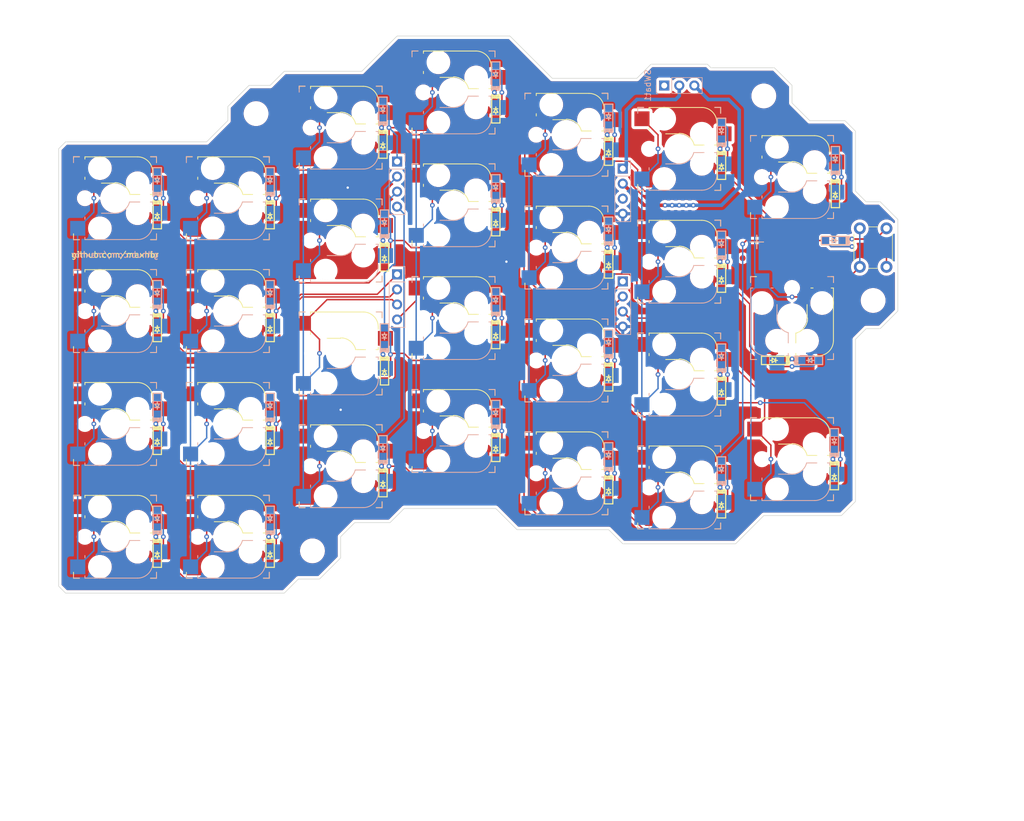
<source format=kicad_pcb>
(kicad_pcb (version 20211014) (generator pcbnew)
  (layers (0 "F.Cu" signal) (31 "B.Cu" signal) (34 "B.Paste" user) (35 "F.Paste" user) (36 "B.SilkS" user "B.Silkscreen") (37 "F.SilkS" user "F.Silkscreen") (38 "B.Mask" user) (39 "F.Mask" user) (44 "Edge.Cuts" user))
  (net 0 "")
  (net 2 "Net-(J2-Pad13)")
  (net 4 "Net-(J2-Pad14)")
  (net 5 "Net-(D0-Pad1)")
  (net 6 "Net-(D1-Pad1)")
  (net 7 "Net-(D2-Pad1)")
  (net 8 "Net-(D3-Pad1)")
  (net 9 "Net-(D4-Pad1)")
  (net 10 "Net-(D5-Pad1)")
  (net 11 "Net-(D6-Pad1)")
  (net 12 "Net-(D31-Pad1)")
  (net 13 "Net-(D10-Pad1)")
  (net 14 "Net-(D11-Pad1)")
  (net 15 "Net-(D12-Pad1)")
  (net 16 "Net-(D13-Pad1)")
  (net 17 "Net-(D14-Pad1)")
  (net 18 "Net-(D15-Pad1)")
  (net 19 "Net-(D16-Pad1)")
  (net 20 "Net-(D20-Pad1)")
  (net 21 "Net-(D21-Pad1)")
  (net 22 "Net-(D22-Pad1)")
  (net 23 "Net-(D23-Pad1)")
  (net 24 "Net-(D24-Pad1)")
  (net 25 "Net-(D25-Pad1)")
  (net 26 "Net-(D30-Pad1)")
  (net 27 "Net-(D32-Pad1)")
  (net 28 "Net-(D33-Pad1)")
  (net 29 "Net-(D34-Pad1)")
  (net 30 "Net-(D35-Pad1)")
  (net 31 "Net-(D26-Pad1)")
  (net 32 "Net-(D36-Pad1)")
  (net 33 "row0b")
  (net 34 "row1b")
  (net 35 "row2b")
  (net 36 "row3b")
  (net 37 "col6b")
  (net 38 "col5b")
  (net 39 "col4b")
  (net 40 "col3b")
  (net 41 "col0b")
  (net 42 "col2b")
  (net 43 "col1b")
  (net 44 "gndb")
  (footprint "mykeeb:Kailh_socket_MX_reversible_1u" (layer "F.Cu") (at 141.684375 91.678125)
    (fp_text reference "K26" hide)
    (fp_text value "KEYSW")
  )
  (footprint "mykeeb:my_dual_D_SOD123F_v2" (layer "F.Cu") (at 91.678125 86.915625 -90)
    (fp_text reference "D33" hide)
    (fp_text value "DIODE" hide)
  )
  (footprint "mykeeb:Kailh_socket_MX_reversible_1u" (layer "F.Cu") (at 103.584375 55.959375)
    (fp_text reference "K14" hide)
    (fp_text value "KEYSW")
  )
  (footprint "mykeeb:Kailh_socket_MX_reversible_1u" (layer "F.Cu") (at 65.484375 54.76875)
    (fp_text reference "K12" hide)
    (fp_text value "KEYSW")
  )
  (footprint "mykeeb:my_dual_D_SOD123F_v2" (layer "F.Cu") (at 72.628125 92.86875 -90)
    (fp_text reference "D32" hide)
    (fp_text value "DIODE" hide)
  )
  (footprint "mykeeb:Kailh_socket_MX_reversible_1u" (layer "F.Cu") (at 65.484375 73.81875)
    (fp_text reference "K22" hide)
    (fp_text value "KEYSW")
  )
  (footprint "Fiducial:Fiducial_1mm_Mask2mm" (layer "F.Cu") (at 133.350009 57.74532)
    (fp_text reference "FID2" hide)
    (fp_text value "Fiducial")
  )
  (footprint "mykeeb:my_dual_D_SOD123F_v2" (layer "F.Cu") (at 34.528125 66.675 -90)
    (fp_text reference "D10" hide)
    (fp_text value "DIODE" hide)
  )
  (footprint "mykeeb:my_dual_D_SOD123F_v2" (layer "F.Cu") (at 72.628125 35.71875 -90)
    (fp_text reference "D2" hide)
    (fp_text value "DIODE" hide)
  )
  (footprint "mykeeb:Kailh_socket_MX_reversible_1u" (layer "F.Cu") (at 27.384375 104.775)
    (fp_text reference "K30" hide)
    (fp_text value "KEYSW")
  )
  (footprint "mykeeb:my_dual_D_SOD123F_v2" (layer "F.Cu") (at 110.728125 55.959375 -90)
    (fp_text reference "D14" hide)
    (fp_text value "DIODE" hide)
  )
  (footprint "mykeeb:my_dual_D_SOD123F_v2" (layer "F.Cu") (at 129.778125 39.290625 -90)
    (fp_text reference "D5" hide)
    (fp_text value "DIODE" hide)
  )
  (footprint "mykeeb:my_dual_D_SOD123F_v2" (layer "F.Cu") (at 129.778125 58.340625 -90)
    (fp_text reference "D15" hide)
    (fp_text value "DIODE" hide)
  )
  (footprint "Fiducial:Fiducial_1mm_Mask2mm" (layer "F.Cu") (at 84.534375 39.290625)
    (fp_text reference "FID3" hide)
    (fp_text value "Fiducial")
  )
  (footprint "mykeeb:my_dual_D_SOD123F_v2b" (layer "F.Cu") (at 151.804712 54.768755 180)
    (fp_text reference "D36" hide)
    (fp_text value "DIODE" hide)
  )
  (footprint "mykeeb:my_dual_D_SOD123F_v2" (layer "F.Cu") (at 53.578125 66.675 -90)
    (fp_text reference "D11" hide)
    (fp_text value "DIODE" hide)
  )
  (footprint "mykeeb:Kailh_socket_MX_reversible_1u" (layer "F.Cu") (at 46.434375 104.775)
    (fp_text reference "K31" hide)
    (fp_text value "KEYSW")
  )
  (footprint "mykeeb:my_dual_D_SOD123F_v2" (layer "F.Cu") (at 141.684375 75.009375 180)
    (fp_text reference "D16" hide)
    (fp_text value "DIODE" hide)
  )
  (footprint "mykeeb:Kailh_socket_MX_reversible_1u" (layer "F.Cu") (at 27.384375 85.725)
    (fp_text reference "K20" hide)
    (fp_text value "KEYSW")
  )
  (footprint "mykeeb:my_dual_D_SOD123F_v2" (layer "F.Cu") (at 34.528125 104.775 -90)
    (fp_text reference "D30" hide)
    (fp_text value "DIODE" hide)
  )
  (footprint "mykeeb:my_dual_D_SOD123F_v2" (layer "F.Cu") (at 129.778125 77.390625 -90)
    (fp_text reference "D25" hide)
    (fp_text value "DIODE" hide)
  )
  (footprint "mykeeb:my_dual_D_SOD123F_v2" (layer "F.Cu") (at 34.528125 47.625 -90)
    (fp_text reference "D0" hide)
    (fp_text value "DIODE" hide)
  )
  (footprint "Button_Switch_THT:SW_PUSH_6mm_H7.3mm" (layer "F.Cu") (at 157.62659 52.709381 -90)
    (fp_text reference "SW36" hide)
    (fp_text value "SW_Push")
  )
  (footprint "mykeeb:my_dual_D_SOD123F_v2" (layer "F.Cu") (at 110.728125 36.909375 -90)
    (fp_text reference "D4" hide)
    (fp_text value "DIODE" hide)
  )
  (footprint "mykeeb:Kailh_socket_MX_reversible_1u" (layer "F.Cu") (at 46.434375 66.675)
    (fp_text reference "K11" hide)
    (fp_text value "KEYSW")
  )
  (footprint "mykeeb:Kailh_socket_MX_reversible_1u" (layer "F.Cu") (at 103.584375 36.909375)
    (fp_text reference "K4" hide)
    (fp_text value "KEYSW")
  )
  (footprint "mykeeb:my_dual_D_SOD123F_v2" (layer "F.Cu") (at 53.578125 104.775 -90)
    (fp_text reference "D31" hide)
    (fp_text value "DIODE" hide)
  )
  (footprint "mykeeb:Kailh_socket_MX_reversible_1u" (layer "F.Cu") (at 27.384375 66.675)
    (fp_text reference "K10" hide)
    (fp_text value "KEYSW")
  )
  (footprint "mykeeb:my_dual_D_SOD123F_v2" (layer "F.Cu") (at 91.678125 29.765625 -90)
    (fp_text reference "D3" hide)
    (fp_text value "DIODE" hide)
  )
  (footprint "mykeeb:my_dual_D_SOD123F_v2" (layer "F.Cu") (at 91.678125 48.815625 -90)
    (fp_text reference "D13" hide)
    (fp_text value "DIODE" hide)
  )
  (footprint "mykeeb:my_dual_D_SOD123F_v2" (layer "F.Cu") (at 34.528125 85.725 -90)
    (fp_text reference "D20" hide)
    (fp_text value "DIODE" hide)
  )
  (footprint "mykeeb:Kailh_socket_MX_reversible_1u" (layer "F.Cu") (at 84.534375 29.765625)
    (fp_text reference "K3" hide)
    (fp_text value "KEYSW")
  )
  (footprint "mykeeb:my_dual_D_SOD123F_v2" (layer "F.Cu") (at 91.678125 67.865625 -90)
    (fp_text reference "D23" hide)
    (fp_text value "DIODE" hide)
  )
  (footprint "mykeeb:Kailh_socket_MX_reversible_1.5u" (layer "F.Cu") (at 141.684375 67.865625 -90)
    (fp_text reference "K16" hide)
    (fp_text value "KEYSW")
  )
  (footprint "mykeeb:Kailh_socket_MX_reversible_1u" (layer "F.Cu") (at 122.634375 96.440625)
    (fp_text reference "K35" hide)
    (fp_text value "KEYSW")
  )
  (footprint "mykeeb:Kailh_socket_MX_reversible_1u" (layer "F.Cu") (at 65.484375 35.71875)
    (fp_text reference "K2" hide)
    (fp_text value "KEYSW")
  )
  (footprint "mykeeb:Kailh_socket_MX_reversible_1u" (layer "F.Cu") (at 65.484375 92.86875)
    (fp_text reference "K32" hide)
    (fp_text value "KEYSW")
  )
  (footprint "mykeeb:Kailh_socket_MX_reversible_1u" (layer "F.Cu") (at 122.634375 39.290625)
    (fp_text reference "K5" hide)
    (fp_text value "KEYSW")
  )
  (footprint "mykeeb:Kailh_socket_MX_reversible_1u" (layer "F.Cu") (at 141.684375 44.053125)
    (fp_text reference "K6" hide)
    (fp_text value "KEYSW")
  )
  (footprint "mykeeb:Kailh_socket_MX_reversible_1u" (layer "F.Cu") (at 84.534375 48.815625)
    (fp_text reference "K13" hide)
    (fp_text value "KEYSW")
  )
  (footprint "mykeeb:Kailh_socket_MX_reversible_1u" (layer "F.Cu") (at 46.434375 47.625)
    (fp_text reference "K1" hide)
    (fp_text value "KEYSW")
  )
  (footprint "mykeeb:my_dual_D_SOD123F_v2" (layer "F.Cu") (at 53.578125 85.725 -90)
    (fp_text reference "D21" hide)
    (fp_text value "DIODE" hide)
  )
  (footprint "mykeeb:Kailh_socket_MX_reversible_1u" (layer "F.Cu") (at 122.634375 77.390625)
    (fp_text reference "K25" hide)
    (fp_text value "KEYSW")
  )
  (footprint "Fiducial:Fiducial_1mm_Mask2mm" (layer "F.Cu") (at 46.434375 95.25)
    (fp_text reference "FID1" hide)
    (fp_text value "Fiducial")
  )
  (footprint "mykeeb:adapterBoard" (layer "F.Cu") (at 94.059454 58.340674)
    (fp_text reference "J2" hide)
    (fp_text value "Conn_01x16_Male")
  )
  (footprint "mykeeb:my_dual_D_SOD123F_v2" (layer "F.Cu") (at 53.578125 47.625 -90)
    (fp_text reference "D1" hide)
    (fp_text value "DIODE" hide)
  )
  (footprint "mykeeb:Kailh_socket_MX_reversible_1u" (layer "F.Cu") (at 84.534375 86.915625)
    (fp_text reference "K33" hide)
    (fp_text value "KEYSW")
  )
  (footprint "mykeeb:my_dual_D_SOD123F_v2" (layer "F.Cu") (at 110.728125 75.009375 -90)
    (fp_text reference "D24" hide)
    (fp_text value "DIODE" hide)
  )
  (footprint "mykeeb:my_dual_D_SOD123F_v2" (layer "F.Cu") (at 148.828125 91.678125 -90)
    (fp_text reference "D26" hide)
    (fp_text value "DIODE" hide)
  )
  (footprint "mykeeb:my_dual_D_SOD123F_v2" (layer "F.Cu") (at 129.778125 96.440625 -90)
    (fp_text reference "D35" hide)
    (fp_text value "DIODE" hide)
  )
  (footprint "mykeeb:Kailh_socket_MX_reversible_1u" (layer "F.Cu") (at 46.434375 85.725)
    (fp_text reference "K21" hide)
    (fp_text value "KEYSW")
  )
  (footprint "mykeeb:my_dual_D_SOD123F_v2" (layer "F.Cu") (at 72.882125 54.76875 -90)
    (fp_text reference "D12" hide)
    (fp_text value "DIODE" hide)
  )
  (footprint "MountingHole:MountingHole_3.2mm_M3" (layer "F.Cu") (at 51.196875 33.3375)
    (fp_text reference "H1" hide)
    (fp_text value "MountingHole")
  )
  (footprint "MountingHole:MountingHole_3.2mm_M3" (layer "F.Cu") (at 155.37659 64.889076)
    (fp_text reference "H4" hide)
    (fp_text value "MountingHole")
  )
  (footprint "mykeeb:Kailh_socket_MX_reversible_1u" (layer "F.Cu") (at 27.384375 47.625)
    (fp_text reference "K0" hide)
    (fp_text value "KEYSW")
  )
  (footprint "mykeeb:Kailh_socket_MX_reversible_1u" (layer "F.Cu") (at 103.584375 94.059375)
    (fp_text reference "K34" hide)
    (fp_text value "KEYSW")
  )
  (footprint "mykeeb:my_dual_D_SOD123F_v2" (layer "F.Cu") (at 110.728125 94.059375 -90)
    (fp_text reference "D34" hide)
    (fp_text value "DIODE" hide)
  )
  (footprint "MountingHole:MountingHole_3.2mm_M3" (layer "F.Cu") (at 136.921887 30.360922)
    (fp_text reference "H3" hide)
    (fp_text value "MountingHole")
  )
  (footprint "mykeeb:my_dual_D_SOD123F_v2" (layer "F.Cu") (at 72.882125 73.993375 -90)
    (fp_text reference "D22" hide)
    (fp_text value "DIODE" hide)
  )
  (footprint "mykeeb:Kailh_socket_MX_reversible_1u" (layer "F.Cu") (at 103.584375 75.009375)
    (fp_text reference "K24" hide)
    (fp_text value "KEYSW")
  )
  (footprint "mykeeb:Kailh_socket_MX_reversible_1u" (layer "F.Cu") (at 84.534375 67.865625)
    (fp_text reference "K23" hide)
    (fp_text value "KEYSW")
  )
  (footprint "MountingHole:MountingHole_3.2mm_M3" (layer "F.Cu") (at 60.721875 107.15625)
    (fp_text reference "H2" hide)
    (fp_text value "MountingHole")
  )
  (footprint "mykeeb:my_dual_D_SOD123F_v2" (layer "F.Cu") (at 149.00275 44.053125 -90)
    (fp_text reference "D6" hide)
    (fp_text value "DIODE" hide)
  )
  (footprint "mykeeb:Kailh_socket_MX_reversible_1u" (layer "F.Cu") (at 122.634375 58.340625)
    (fp_text reference "K15" hide)
    (fp_text value "KEYSW")
  )
  (footprint "Connector_PinSocket_2.54mm:PinSocket_1x03_P2.54mm_Vertical" (layer "B.Cu") (at 120.109375 28.599983 -90)
    (fp_text reference "SWbat1")
    (fp_text value "SW_SPST")
  )
  (gr_poly (pts (xy 101.203107 27.384357) (xy 115.490619 27.384357) (xy 117.871871 25.003105) (xy 127.396879 25.003105) (xy 127.992192 25.598418) (xy 138.707826 25.598418) (xy 141.684391 28.574983) (xy 141.684391 31.551548) (xy 144.660956 34.528113) (xy 150.614189 34.528154) (xy 152.400128 36.314093) (xy 152.400128 46.434414) (xy 154.186067 48.220353) (xy 156.567319 48.220353) (xy 159.543781 51.196918) (xy 159.543781 66.675015) (xy 156.567216 69.65158) (xy 154.185964 69.65158) (xy 152.400025 71.437519) (xy 152.400025 98.821917) (xy 150.018773 101.203169) (xy 136.921887 101.203169) (xy 132.159383 105.965673) (xy 113.109367 105.965673) (xy 110.728115 103.584421) (xy 95.249977 103.584421) (xy 91.678099 100.012543) (xy 76.199961 100.012543) (xy 73.818709 102.393795) (xy 67.865579 102.393795) (xy 65.484327 104.775047) (xy 65.484327 108.346925) (xy 61.912449 111.918803) (xy 58.340571 111.918803) (xy 55.959319 114.300055) (xy 19.049913 114.300055) (xy 17.859287 113.109429) (xy 17.859287 39.290617) (xy 19.049913 38.099991) (xy 42.862433 38.099991) (xy 46.434311 34.528113) (xy 46.434311 32.146861) (xy 50.006189 28.574983) (xy 53.578067 28.574983) (xy 55.959319 26.193731) (xy 69.056205 26.193731) (xy 75.009335 20.240601) (xy 94.059351 20.240601)) (layer "Edge.Cuts") (width 0.1) (fill none))
  (gr_text "github.com/maxhbr" (at 27.384398 57.150048) (layer "B.SilkS") (effects (font (size 1 1)) (justify mirror)))
  (gr_text "+" (at 135.731364 54.768796) (layer "B.SilkS") (effects (font (size 3 3)) (justify mirror)))
  (gr_text "github.com/maxhbr" (at 27.384398 57.150048) (layer "F.SilkS") (effects (font (size 1 1))))
  (gr_text "+" (at 135.731364 54.768796) (layer "F.SilkS") (effects (font (size 3 3))))
  (segment locked (start 122.039062 30.956235) (end 115.490619 30.956235) (width 0.6) (layer "B.Cu") (net 2))
  (segment locked (start 115.490619 30.956235) (end 113.70468 32.742174) (width 0.6) (layer "B.Cu") (net 2))
  (segment locked (start 113.70468 42.03906) (end 113.109367 42.634373) (width 0.6) (layer "B.Cu") (net 2))
  (segment locked (start 122.649375 30.345922) (end 122.039062 30.956235) (width 0.6) (layer "B.Cu") (net 2))
  (segment locked (start 113.70468 32.742174) (end 113.70468 42.03906) (width 0.6) (layer "B.Cu") (net 2))
  (segment locked (start 122.649375 28.599983) (end 122.649375 30.345922) (width 0.6) (layer "B.Cu") (net 2))
  (segment locked (start 120.253123 48.815625) (end 121.443749 48.815625) (width 0.6) (layer "F.Cu") (net 4))
  (segment locked (start 121.443749 48.815625) (end 122.634375 48.815625) (width 0.6) (layer "F.Cu") (net 4))
  (segment locked (start 120.253123 48.815625) (end 116.750619 48.815625) (width 0.6) (layer "F.Cu") (net 4))
  (segment locked (start 123.825001 48.815625) (end 125.015627 48.815625) (width 0.6) (layer "F.Cu") (net 4))
  (segment locked (start 122.634375 48.815625) (end 123.825001 48.815625) (width 0.6) (layer "F.Cu") (net 4))
  (segment locked (start 116.750619 48.815625) (end 113.109367 45.174373) (width 0.6) (layer "F.Cu") (net 4))
  (via locked (at 125.015627 48.815625) (size 0.8) (drill 0.4) (layers "F.Cu" "B.Cu") (net 4))
  (via locked (at 123.825001 48.815625) (size 0.8) (drill 0.4) (layers "F.Cu" "B.Cu") (net 4))
  (via locked (at 122.634375 48.815625) (size 0.8) (drill 0.4) (layers "F.Cu" "B.Cu") (net 4))
  (via locked (at 120.253123 48.815625) (size 0.8) (drill 0.4) (layers "F.Cu" "B.Cu") (net 4))
  (via locked (at 121.443749 48.815625) (size 0.8) (drill 0.4) (layers "F.Cu" "B.Cu") (net 4))
  (segment locked (start 132.754696 33.9328) (end 132.754696 45.83906) (width 0.6) (layer "B.Cu") (net 4))
  (segment locked (start 132.754696 32.742174) (end 132.754696 33.9328) (width 0.6) (layer "B.Cu") (net 4))
  (segment locked (start 129.778131 48.815625) (end 120.253123 48.815625) (width 0.6) (layer "B.Cu") (net 4))
  (segment locked (start 127.545627 30.956235) (end 130.968757 30.956235) (width 0.6) (layer "B.Cu") (net 4))
  (segment locked (start 125.189375 28.599983) (end 127.545627 30.956235) (width 0.6) (layer "B.Cu") (net 4))
  (segment locked (start 132.754696 45.83906) (end 129.778131 48.815625) (width 0.6) (layer "B.Cu") (net 4))
  (segment locked (start 130.968757 30.956235) (end 132.754696 32.742174) (width 0.6) (layer "B.Cu") (net 4))
  (segment locked (start 34.944375 45.085) (end 34.944375 46.95475) (width 0.25) (layer "F.Cu") (net 5))
  (segment locked (start 34.944375 46.95475) (end 34.274125 47.625) (width 0.25) (layer "F.Cu") (net 5))
  (segment locked (start 34.944375 50.165) (end 34.944375 48.29525) (width 0.25) (layer "B.Cu") (net 5))
  (segment locked (start 34.944375 48.29525) (end 34.274125 47.625) (width 0.25) (layer "B.Cu") (net 5))
  (segment locked (start 53.994375 45.085) (end 53.994375 46.95475) (width 0.25) (layer "F.Cu") (net 6))
  (segment locked (start 53.994375 46.95475) (end 53.324125 47.625) (width 0.25) (layer "F.Cu") (net 6))
  (segment locked (start 53.994375 50.165) (end 53.994375 48.29525) (width 0.25) (layer "B.Cu") (net 6))
  (segment locked (start 53.994375 48.29525) (end 53.324125 47.625) (width 0.25) (layer "B.Cu") (net 6))
  (segment locked (start 73.044375 33.17875) (end 73.044375 35.0485) (width 0.25) (layer "F.Cu") (net 7))
  (segment locked (start 73.044375 35.0485) (end 72.374125 35.71875) (width 0.25) (layer "F.Cu") (net 7))
  (segment locked (start 73.044375 38.25875) (end 73.044375 36.389) (width 0.25) (layer "B.Cu") (net 7))
  (segment locked (start 73.044375 36.389) (end 72.374125 35.71875) (width 0.25) (layer "B.Cu") (net 7))
  (segment locked (start 92.094375 29.095375) (end 91.424125 29.765625) (width 0.25) (layer "F.Cu") (net 8))
  (segment locked (start 92.094375 27.225625) (end 92.094375 29.095375) (width 0.25) (layer "F.Cu") (net 8))
  (segment locked (start 92.094375 32.305625) (end 92.094375 30.435875) (width 0.25) (layer "B.Cu") (net 8))
  (segment locked (start 92.094375 30.435875) (end 91.424125 29.765625) (width 0.25) (layer "B.Cu") (net 8))
  (segment locked (start 111.144375 34.369375) (end 111.144375 36.239125) (width 0.25) (layer "F.Cu") (net 9))
  (segment locked (start 111.144375 36.239125) (end 110.474125 36.909375) (width 0.25) (layer "F.Cu") (net 9))
  (segment locked (start 111.144375 39.449375) (end 111.144375 37.579625) (width 0.25) (layer "B.Cu") (net 9))
  (segment locked (start 111.144375 37.579625) (end 110.474125 36.909375) (width 0.25) (layer "B.Cu") (net 9))
  (segment locked (start 130.194375 36.750625) (end 130.194375 38.620375) (width 0.25) (layer "F.Cu") (net 10))
  (segment locked (start 130.194375 38.620375) (end 129.524125 39.290625) (width 0.25) (layer "F.Cu") (net 10))
  (segment locked (start 130.194375 41.830625) (end 130.194375 39.960875) (width 0.25) (layer "B.Cu") (net 10))
  (segment locked (start 130.194375 39.960875) (end 129.524125 39.290625) (width 0.25) (layer "B.Cu") (net 10))
  (segment locked (start 149.244375 43.382875) (end 148.574125 44.053125) (width 0.25) (layer "F.Cu") (net 11))
  (segment locked (start 149.244375 41.513125) (end 149.244375 43.382875) (width 0.25) (layer "F.Cu") (net 11))
  (segment locked (start 149.244375 44.723375) (end 148.574125 44.053125) (width 0.25) (layer "B.Cu") (net 11))
  (segment locked (start 149.244375 46.593125) (end 149.244375 44.723375) (width 0.25) (layer "B.Cu") (net 11))
  (segment locked (start 53.994375 104.10475) (end 53.324125 104.775) (width 0.25) (layer "F.Cu") (net 12))
  (segment locked (start 53.994375 102.235) (end 53.994375 104.10475) (width 0.25) (layer "F.Cu") (net 12))
  (segment locked (start 53.994375 107.315) (end 53.994375 105.44525) (width 0.25) (layer "B.Cu") (net 12))
  (segment locked (start 53.994375 105.44525) (end 53.324125 104.775) (width 0.25) (layer "B.Cu") (net 12))
  (segment locked (start 34.944375 64.135) (end 34.944375 66.00475) (width 0.25) (layer "F.Cu") (net 13))
  (segment locked (start 34.944375 66.00475) (end 34.274125 66.675) (width 0.25) (layer "F.Cu") (net 13))
  (segment locked (start 34.944375 69.215) (end 34.944375 67.34525) (width 0.25) (layer "B.Cu") (net 13))
  (segment locked (start 34.944375 67.34525) (end 34.274125 66.675) (width 0.25) (layer "B.Cu") (net 13))
  (segment locked (start 53.994375 66.00475) (end 53.324125 66.675) (width 0.25) (layer "F.Cu") (net 14))
  (segment locked (start 53.994375 64.135) (end 53.994375 66.00475) (width 0.25) (layer "F.Cu") (net 14))
  (segment locked (start 53.994375 69.215) (end 53.994375 67.34525) (width 0.25) (layer "B.Cu") (net 14))
  (segment locked (start 53.994375 67.34525) (end 53.324125 66.675) (width 0.25) (layer "B.Cu") (net 14))
  (segment locked (start 73.044375 52.22875) (end 73.044375 54.0985) (width 0.25) (layer "F.Cu") (net 15))
  (segment locked (start 73.044375 54.0985) (end 72.374125 54.76875) (width 0.25) (layer "F.Cu") (net 15))
  (segment locked (start 73.044375 55.439) (end 72.374125 54.76875) (width 0.25) (layer "B.Cu") (net 15))
  (segment locked (start 73.044375 57.30875) (end 73.044375 55.439) (width 0.25) (layer "B.Cu") (net 15))
  (segment locked (start 92.094375 46.275625) (end 92.094375 48.145375) (width 0.25) (layer "F.Cu") (net 16))
  (segment locked (start 92.094375 48.145375) (end 91.424125 48.815625) (width 0.25) (layer "F.Cu") (net 16))
  (segment locked (start 92.094375 51.355625) (end 92.094375 49.485875) (width 0.25) (layer "B.Cu") (net 16))
  (segment locked (start 92.094375 49.485875) (end 91.424125 48.815625) (width 0.25) (layer "B.Cu") (net 16))
  (segment locked (start 111.144375 55.289125) (end 110.474125 55.959375) (width 0.25) (layer "F.Cu") (net 17))
  (segment locked (start 111.144375 53.419375) (end 111.144375 55.289125) (width 0.25) (layer "F.Cu") (net 17))
  (segment locked (start 111.144375 56.629625) (end 110.474125 55.959375) (width 0.25) (layer "B.Cu") (net 17))
  (segment locked (start 111.144375 58.499375) (end 111.144375 56.629625) (width 0.25) (layer "B.Cu") (net 17))
  (segment locked (start 130.194375 57.670375) (end 129.524125 58.340625) (width 0.25) (layer "F.Cu") (net 18))
  (segment locked (start 130.194375 55.800625) (end 130.194375 57.670375) (width 0.25) (layer "F.Cu") (net 18))
  (segment locked (start 130.194375 60.880625) (end 130.194375 59.010875) (width 0.25) (layer "B.Cu") (net 18))
  (segment locked (start 130.194375 59.010875) (end 129.524125 58.340625) (width 0.25) (layer "B.Cu") (net 18))
  (segment locked (start 144.224375 75.425625) (end 142.354625 75.425625) (width 0.25) (layer "F.Cu") (net 19))
  (segment locked (start 142.354625 75.425625) (end 141.684375 74.755375) (width 0.25) (layer "F.Cu") (net 19))
  (segment locked (start 141.014125 75.425625) (end 141.684375 74.755375) (width 0.25) (layer "B.Cu") (net 19))
  (segment locked (start 139.144375 75.425625) (end 141.014125 75.425625) (width 0.25) (layer "B.Cu") (net 19))
  (segment locked (start 34.944375 83.185) (end 34.944375 85.05475) (width 0.25) (layer "F.Cu") (net 20))
  (segment locked (start 34.944375 85.05475) (end 34.274125 85.725) (width 0.25) (layer "F.Cu") (net 20))
  (segment locked (start 34.944375 88.265) (end 34.944375 86.39525) (width 0.25) (layer "B.Cu") (net 20))
  (segment locked (start 34.944375 86.39525) (end 34.274125 85.725) (width 0.25) (layer "B.Cu") (net 20))
  (segment locked (start 53.994375 83.185) (end 53.994375 85.05475) (width 0.25) (layer "F.Cu") (net 21))
  (segment locked (start 53.994375 85.05475) (end 53.324125 85.725) (width 0.25) (layer "F.Cu") (net 21))
  (segment locked (start 53.994375 86.39525) (end 53.324125 85.725) (width 0.25) (layer "B.Cu") (net 21))
  (segment locked (start 53.994375 88.265) (end 53.994375 86.39525) (width 0.25) (layer "B.Cu") (net 21))
  (segment locked (start 73.044375 71.27875) (end 73.044375 73.1485) (width 0.25) (layer "F.Cu") (net 22))
  (segment locked (start 73.044375 73.1485) (end 72.374125 73.81875) (width 0.25) (layer "F.Cu") (net 22))
  (segment locked (start 73.044375 76.35875) (end 73.044375 74.489) (width 0.25) (layer "B.Cu") (net 22))
  (segment locked (start 73.044375 74.489) (end 72.374125 73.81875) (width 0.25) (layer "B.Cu") (net 22))
  (segment locked (start 92.094375 65.325625) (end 92.094375 67.195375) (width 0.25) (layer "F.Cu") (net 23))
  (segment locked (start 92.094375 67.195375) (end 91.424125 67.865625) (width 0.25) (layer "F.Cu") (net 23))
  (segment locked (start 92.094375 70.405625) (end 92.094375 68.535875) (width 0.25) (layer "B.Cu") (net 23))
  (segment locked (start 92.094375 68.535875) (end 91.424125 67.865625) (width 0.25) (layer "B.Cu") (net 23))
  (segment locked (start 111.144375 72.469375) (end 111.144375 74.339125) (width 0.25) (layer "F.Cu") (net 24))
  (segment locked (start 111.144375 74.339125) (end 110.474125 75.009375) (width 0.25) (layer "F.Cu") (net 24))
  (segment locked (start 111.144375 77.549375) (end 111.144375 75.679625) (width 0.25) (layer "B.Cu") (net 24))
  (segment locked (start 111.144375 75.679625) (end 110.474125 75.009375) (width 0.25) (layer "B.Cu") (net 24))
  (segment locked (start 130.194375 74.850625) (end 130.194375 76.720375) (width 0.25) (layer "F.Cu") (net 25))
  (segment locked (start 130.194375 76.720375) (end 129.524125 77.390625) (width 0.25) (layer "F.Cu") (net 25))
  (segment locked (start 130.194375 79.930625) (end 130.194375 78.060875) (width 0.25) (layer "B.Cu") (net 25))
  (segment locked (start 130.194375 78.060875) (end 129.524125 77.390625) (width 0.25) (layer "B.Cu") (net 25))
  (segment locked (start 34.944375 104.10475) (end 34.274125 104.775) (width 0.25) (layer "F.Cu") (net 26))
  (segment locked (start 34.944375 102.235) (end 34.944375 104.10475) (width 0.25) (layer "F.Cu") (net 26))
  (segment locked (start 34.944375 105.44525) (end 34.274125 104.775) (width 0.25) (layer "B.Cu") (net 26))
  (segment locked (start 34.944375 107.315) (end 34.944375 105.44525) (width 0.25) (layer "B.Cu") (net 26))
  (segment locked (start 73.044375 92.1985) (end 72.374125 92.86875) (width 0.25) (layer "F.Cu") (net 27))
  (segment locked (start 73.044375 90.32875) (end 73.044375 92.1985) (width 0.25) (layer "F.Cu") (net 27))
  (segment locked (start 73.044375 95.40875) (end 73.044375 93.539) (width 0.25) (layer "B.Cu") (net 27))
  (segment locked (start 73.044375 93.539) (end 72.374125 92.86875) (width 0.25) (layer "B.Cu") (net 27))
  (segment locked (start 92.094375 84.375625) (end 92.094375 86.245375) (width 0.25) (layer "F.Cu") (net 28))
  (segment locked (start 92.094375 86.245375) (end 91.424125 86.915625) (width 0.25) (layer "F.Cu") (net 28))
  (segment locked (start 92.094375 87.585875) (end 91.424125 86.915625) (width 0.25) (layer "B.Cu") (net 28))
  (segment locked (start 92.094375 89.455625) (end 92.094375 87.585875) (width 0.25) (layer "B.Cu") (net 28))
  (segment locked (start 111.144375 93.389125) (end 110.474125 94.059375) (width 0.25) (layer "F.Cu") (net 29))
  (segment locked (start 111.144375 91.519375) (end 111.144375 93.389125) (width 0.25) (layer "F.Cu") (net 29))
  (segment locked (start 111.144375 96.599375) (end 111.144375 94.729625) (width 0.25) (layer "B.Cu") (net 29))
  (segment locked (start 111.144375 94.729625) (end 110.474125 94.059375) (width 0.25) (layer "B.Cu") (net 29))
  (segment locked (start 130.194375 95.770375) (end 129.524125 96.440625) (width 0.25) (layer "F.Cu") (net 30))
  (segment locked (start 130.194375 93.900625) (end 130.194375 95.770375) (width 0.25) (layer "F.Cu") (net 30))
  (segment locked (start 130.194375 97.110875) (end 129.524125 96.440625) (width 0.25) (layer "B.Cu") (net 30))
  (segment locked (start 130.194375 98.980625) (end 130.194375 97.110875) (width 0.25) (layer "B.Cu") (net 30))
  (segment locked (start 149.244375 89.138125) (end 149.244375 91.007875) (width 0.25) (layer "F.Cu") (net 31))
  (segment locked (start 149.244375 91.007875) (end 148.574125 91.678125) (width 0.25) (layer "F.Cu") (net 31))
  (segment locked (start 149.244375 94.218125) (end 149.244375 92.348375) (width 0.25) (layer "B.Cu") (net 31))
  (segment locked (start 149.244375 92.348375) (end 148.574125 91.678125) (width 0.25) (layer "B.Cu") (net 31))
  (segment locked (start 151.804712 54.514755) (end 155.717903 54.514755) (width 0.25) (layer "F.Cu") (net 32))
  (segment locked (start 151.804712 54.514755) (end 155.821216 54.514755) (width 0.25) (layer "F.Cu") (net 32))
  (segment locked (start 157.62659 56.423442) (end 157.62659 59.209381) (width 0.25) (layer "F.Cu") (net 32))
  (segment locked (start 155.717903 54.514755) (end 157.62659 56.423442) (width 0.25) (layer "F.Cu") (net 32))
  (segment locked (start 155.821216 54.514755) (end 157.62659 52.709381) (width 0.25) (layer "F.Cu") (net 32))
  (segment locked (start 130.794125 43.752625) (end 138.238375 51.196875) (width 0.25) (layer "F.Cu") (net 33))
  (segment locked (start 72.754 40.48125) (end 72.754 40.18075) (width 0.25) (layer "F.Cu") (net 33))
  (segment locked (start 73.77 35.71875) (end 76.325875 35.71875) (width 0.25) (layer "F.Cu") (net 33))
  (segment locked (start 92.694125 34.227625) (end 96.5665 38.1) (width 0.25) (layer "F.Cu") (net 33))
  (segment locked (start 39.4165 54.76875) (end 51.02225 54.76875) (width 0.25) (layer "F.Cu") (net 33))
  (segment locked (start 111.744125 41.371375) (end 114.195391 41.371375) (width 0.25) (layer "F.Cu") (net 33))
  (segment locked (start 36.73475 52.087) (end 39.4165 54.76875) (width 0.25) (layer "F.Cu") (net 33))
  (segment locked (start 110.854 41.371375) (end 111.744125 41.371375) (width 0.25) (layer "F.Cu") (net 33))
  (segment locked (start 115.6165 45.24375) (end 116.807125 46.434375) (width 0.25) (layer "F.Cu") (net 33))
  (segment locked (start 114.195391 41.371375) (end 115.6165 42.792484) (width 0.25) (layer "F.Cu") (net 33))
  (segment locked (start 77.5165 36.909375) (end 89.12225 36.909375) (width 0.25) (layer "F.Cu") (net 33))
  (segment locked (start 125.1415 46.434375) (end 126.332125 46.434375) (width 0.25) (layer "F.Cu") (net 33))
  (segment locked (start 116.807125 46.434375) (end 125.1415 46.434375) (width 0.25) (layer "F.Cu") (net 33))
  (segment locked (start 96.5665 38.1) (end 96.5665 41.671875) (width 0.25) (layer "F.Cu") (net 33))
  (segment locked (start 56.08525 45.24375) (end 58.4665 42.8625) (width 0.25) (layer "F.Cu") (net 33))
  (segment locked (start 51.02225 54.76875) (end 53.704 52.087) (width 0.25) (layer "F.Cu") (net 33))
  (segment locked (start 34.654 52.087) (end 36.73475 52.087) (width 0.25) (layer "F.Cu") (net 33))
  (segment locked (start 96.5665 41.671875) (end 98.94775 44.053125) (width 0.25) (layer "F.Cu") (net 33))
  (segment locked (start 146.446875 51.196875) (end 149.128625 48.515125) (width 0.25) (layer "F.Cu") (net 33))
  (segment locked (start 54.72 47.625) (end 56.08525 46.25975) (width 0.25) (layer "F.Cu") (net 33))
  (segment locked (start 98.94775 44.053125) (end 108.17225 44.053125) (width 0.25) (layer "F.Cu") (net 33))
  (segment locked (start 115.6165 42.792484) (end 115.6165 45.24375) (width 0.25) (layer "F.Cu") (net 33))
  (segment locked (start 127.52275 46.434375) (end 129.904 44.053125) (width 0.25) (layer "F.Cu") (net 33))
  (segment locked (start 76.325875 35.71875) (end 77.5165 36.909375) (width 0.25) (layer "F.Cu") (net 33))
  (segment locked (start 91.804 34.227625) (end 92.694125 34.227625) (width 0.25) (layer "F.Cu") (net 33))
  (segment locked (start 126.332125 46.434375) (end 127.52275 46.434375) (width 0.25) (layer "F.Cu") (net 33))
  (segment locked (start 89.12225 36.909375) (end 91.804 34.227625) (width 0.25) (layer "F.Cu") (net 33))
  (segment locked (start 149.12296 48.515125) (end 149.00275 48.515125) (width 0.25) (layer "F.Cu") (net 33))
  (segment locked (start 138.238375 51.196875) (end 146.446875 51.196875) (width 0.25) (layer "F.Cu") (net 33))
  (segment locked (start 58.4665 42.8625) (end 70.37275 42.8625) (width 0.25) (layer "F.Cu") (net 33))
  (segment locked (start 56.08525 46.25975) (end 56.08525 45.24375) (width 0.25) (layer "F.Cu") (net 33))
  (segment locked (start 129.904 43.752625) (end 130.794125 43.752625) (width 0.25) (layer "F.Cu") (net 33))
  (segment locked (start 108.17225 44.053125) (end 110.854 41.371375) (width 0.25) (layer "F.Cu") (net 33))
  (segment locked (start 70.37275 42.8625) (end 72.754 40.48125) (width 0.25) (layer "F.Cu") (net 33))
  (segment locked (start 73.644125 35.71875) (end 75.009335 37.08396) (width 0.25) (layer "B.Cu") (net 33))
  (segment locked (start 75.009335 37.08396) (end 75.009335 41.443747) (width 0.25) (layer "B.Cu") (net 33))
  (segment locked (start 72.628125 59.53125) (end 72.628125 59.23075) (width 0.25) (layer "F.Cu") (net 34))
  (segment locked (start 126.20625 65.484375) (end 127.396875 65.484375) (width 0.25) (layer "F.Cu") (net 34))
  (segment locked (start 116.68125 65.484375) (end 125.015625 65.484375) (width 0.25) (layer "F.Cu") (net 34))
  (segment locked (start 96.440625 57.15) (end 96.440625 60.721875) (width 0.25) (layer "F.Cu") (net 34))
  (segment locked (start 108.046375 63.103125) (end 110.728125 60.421375) (width 0.25) (layer "F.Cu") (net 34))
  (segment locked (start 34.528125 71.137) (end 36.608875 71.137) (width 0.25) (layer "F.Cu") (net 34))
  (segment locked (start 70.246875 61.9125) (end 72.628125 59.53125) (width 0.25) (layer "F.Cu") (net 34))
  (segment locked (start 115.490625 64.29375) (end 116.68125 65.484375) (width 0.25) (layer "F.Cu") (net 34))
  (segment locked (start 127.396875 65.484375) (end 129.778125 63.103125) (width 0.25) (layer "F.Cu") (net 34))
  (segment locked (start 58.340625 61.9125) (end 70.246875 61.9125) (width 0.25) (layer "F.Cu") (net 34))
  (segment locked (start 39.290625 73.81875) (end 50.896375 73.81875) (width 0.25) (layer "F.Cu") (net 34))
  (segment locked (start 54.594125 66.675) (end 55.959375 65.30975) (width 0.25) (layer "F.Cu") (net 34))
  (segment locked (start 131.858875 62.802625) (end 129.778125 62.802625) (width 0.25) (layer "F.Cu") (net 34))
  (segment locked (start 98.821875 63.103125) (end 108.046375 63.103125) (width 0.25) (layer "F.Cu") (net 34))
  (segment locked (start 50.896375 73.81875) (end 53.578125 71.137) (width 0.25) (layer "F.Cu") (net 34))
  (segment locked (start 36.608875 71.137) (end 39.290625 73.81875) (width 0.25) (layer "F.Cu") (net 34))
  (segment locked (start 96.440625 60.721875) (end 98.821875 63.103125) (width 0.25) (layer "F.Cu") (net 34))
  (segment locked (start 137.222375 75.009375) (end 136.921875 75.009375) (width 0.25) (layer "F.Cu") (net 34))
  (segment locked (start 134.540625 72.628125) (end 134.540625 65.484375) (width 0.25) (layer "F.Cu") (net 34))
  (segment locked (start 55.959375 65.30975) (end 55.959375 64.29375) (width 0.25) (layer "F.Cu") (net 34))
  (segment locked (start 77.390625 55.959375) (end 88.996375 55.959375) (width 0.25) (layer "F.Cu") (net 34))
  (segment locked (start 92.56825 53.277625) (end 96.440625 57.15) (width 0.25) (layer "F.Cu") (net 34))
  (segment locked (start 91.678125 53.277625) (end 92.56825 53.277625) (width 0.25) (layer "F.Cu") (net 34))
  (segment locked (start 111.61825 60.421375) (end 114.195375 60.421375) (width 0.25) (layer "F.Cu") (net 34))
  (segment locked (start 76.2 54.76875) (end 77.390625 55.959375) (width 0.25) (layer "F.Cu") (net 34))
  (segment locked (start 114.195375 60.421375) (end 115.490625 61.716625) (width 0.25) (layer "F.Cu") (net 34))
  (segment locked (start 125.015625 65.484375) (end 126.20625 65.484375) (width 0.25) (layer "F.Cu") (net 34))
  (segment locked (start 110.728125 60.421375) (end 111.61825 60.421375) (width 0.25) (layer "F.Cu") (net 34))
  (segment locked (start 55.959375 64.29375) (end 58.340625 61.9125) (width 0.25) (layer "F.Cu") (net 34))
  (segment locked (start 115.490625 61.716625) (end 115.490625 64.29375) (width 0.25) (layer "F.Cu") (net 34))
  (segment locked (start 73.644125 54.76875) (end 76.2 54.76875) (width 0.25) (layer "F.Cu") (net 34))
  (segment locked (start 88.996375 55.959375) (end 91.678125 53.277625) (width 0.25) (layer "F.Cu") (net 34))
  (segment locked (start 136.921875 75.009375) (end 134.540625 72.628125) (width 0.25) (layer "F.Cu") (net 34))
  (segment locked (start 134.540625 65.484375) (end 131.858875 62.802625) (width 0.25) (layer "F.Cu") (net 34))
  (segment locked (start 72.882125 46.110957) (end 75.009335 43.983747) (width 0.25) (layer "B.Cu") (net 34))
  (segment locked (start 72.882125 50.30675) (end 72.882125 46.110957) (width 0.25) (layer "B.Cu") (net 34))
  (segment locked (start 36.608875 90.187) (end 39.290625 92.86875) (width 0.25) (layer "F.Cu") (net 35))
  (segment locked (start 115.490625 83.34375) (end 116.68125 84.534375) (width 0.25) (layer "F.Cu") (net 35))
  (segment locked (start 108.046375 82.153125) (end 110.728125 79.471375) (width 0.25) (layer "F.Cu") (net 35))
  (segment locked (start 55.959375 84.35975) (end 55.959375 83.34375) (width 0.25) (layer "F.Cu") (net 35))
  (segment locked (start 136.326574 82.153153) (end 130.364347 82.153153) (width 0.25) (layer "F.Cu") (net 35))
  (segment locked (start 125.015625 84.534375) (end 126.20625 84.534375) (width 0.25) (layer "F.Cu") (net 35))
  (segment locked (start 70.246875 80.9625) (end 72.628125 78.58125) (width 0.25) (layer "F.Cu") (net 35))
  (segment locked (start 92.56825 72.327625) (end 96.440625 76.2) (width 0.25) (layer "F.Cu") (net 35))
  (segment locked (start 34.528125 90.187) (end 36.608875 90.187) (width 0.25) (layer "F.Cu") (net 35))
  (segment locked (start 96.440625 76.2) (end 96.440625 79.771875) (width 0.25) (layer "F.Cu") (net 35))
  (segment locked (start 91.678125 72.327625) (end 92.56825 72.327625) (width 0.25) (layer "F.Cu") (net 35))
  (segment locked (start 127.396875 84.534375) (end 129.778125 82.153125) (width 0.25) (layer "F.Cu") (net 35))
  (segment locked (start 88.996375 75.009375) (end 91.678125 72.327625) (width 0.25) (layer "F.Cu") (net 35))
  (segment locked (start 96.440625 79.771875) (end 98.821875 82.153125) (width 0.25) (layer "F.Cu") (net 35))
  (segment locked (start 130.364347 82.153153) (end 130.2215 82.296) (width 0.25) (layer "F.Cu") (net 35))
  (segment locked (start 50.896375 92.86875) (end 53.578125 90.187) (width 0.25) (layer "F.Cu") (net 35))
  (segment locked (start 111.61825 79.471375) (end 115.490625 83.34375) (width 0.25) (layer "F.Cu") (net 35))
  (segment locked (start 130.2215 82.296) (end 129.778125 81.852625) (width 0.25) (layer "F.Cu") (net 35))
  (segment locked (start 76.2 73.81875) (end 77.390625 75.009375) (width 0.25) (layer "F.Cu") (net 35))
  (segment locked (start 73.644125 73.81875) (end 76.2 73.81875) (width 0.25) (layer "F.Cu") (net 35))
  (segment locked (start 116.68125 84.534375) (end 125.015625 84.534375) (width 0.25) (layer "F.Cu") (net 35))
  (segment locked (start 77.390625 75.009375) (end 88.996375 75.009375) (width 0.25) (layer "F.Cu") (net 35))
  (segment locked (start 54.594125 85.725) (end 55.959375 84.35975) (width 0.25) (layer "F.Cu") (net 35))
  (segment locked (start 55.959375 83.34375) (end 58.340625 80.9625) (width 0.25) (layer "F.Cu") (net 35))
  (segment locked (start 110.728125 79.471375) (end 111.61825 79.471375) (width 0.25) (layer "F.Cu") (net 35))
  (segment locked (start 98.821875 82.153125) (end 108.046375 82.153125) (width 0.25) (layer "F.Cu") (net 35))
  (segment locked (start 58.340625 80.9625) (end 70.246875 80.9625) (width 0.25) (layer "F.Cu") (net 35))
  (segment locked (start 126.20625 84.534375) (end 127.396875 84.534375) (width 0.25) (layer "F.Cu") (net 35))
  (segment locked (start 39.290625 92.86875) (end 50.896375 92.86875) (width 0.25) (layer "F.Cu") (net 35))
  (via locked (at 136.326574 82.153153) (size 0.8) (drill 0.4) (layers "F.Cu" "B.Cu") (net 35))
  (segment locked (start 143.908 82.296) (end 143.765153 82.153153) (width 0.25) (layer "B.Cu") (net 35))
  (segment locked (start 148.828125 87.216125) (end 143.908 82.296) (width 0.25) (layer "B.Cu") (net 35))
  (segment locked (start 73.818709 47.714373) (end 75.009335 46.523747) (width 0.25) (layer "B.Cu") (net 35))
  (segment locked (start 72.882125 69.531375) (end 72.882125 60.271951) (width 0.25) (layer "B.Cu") (net 35))
  (segment locked (start 74.643886 50.831428) (end 73.818709 50.006251) (width 0.25) (layer "B.Cu") (net 35))
  (segment locked (start 74.270815 58.883261) (end 74.643886 58.883261) (width 0.25) (layer "B.Cu") (net 35))
  (segment locked (start 72.882125 60.271951) (end 74.270815 58.883261) (width 0.25) (layer "B.Cu") (net 35))
  (segment locked (start 74.643886 58.883261) (end 74.643886 50.831428) (width 0.25) (layer "B.Cu") (net 35))
  (segment locked (start 143.765153 82.153153) (end 136.326574 82.153153) (width 0.25) (layer "B.Cu") (net 35))
  (segment locked (start 73.818709 50.006251) (end 73.818709 47.714373) (width 0.25) (layer "B.Cu") (net 35))
  (segment locked (start 115.490625 102.39375) (end 116.68125 103.584375) (width 0.25) (layer "F.Cu") (net 36))
  (segment locked (start 116.68125 103.584375) (end 125.015625 103.584375) (width 0.25) (layer "F.Cu") (net 36))
  (segment locked (start 108.046375 101.203125) (end 110.728125 98.521375) (width 0.25) (layer "F.Cu") (net 36))
  (segment locked (start 125.015625 103.584375) (end 126.20625 103.584375) (width 0.25) (layer "F.Cu") (net 36))
  (segment locked (start 76.2 92.86875) (end 77.390625 94.059375) (width 0.25) (layer "F.Cu") (net 36))
  (segment locked (start 54.594125 104.775) (end 55.959375 103.40975) (width 0.25) (layer "F.Cu") (net 36))
  (segment locked (start 111.61825 98.521375) (end 115.490625 102.39375) (width 0.25) (layer "F.Cu") (net 36))
  (segment locked (start 58.340625 100.0125) (end 70.246875 100.0125) (width 0.25) (layer "F.Cu") (net 36))
  (segment locked (start 70.246875 100.0125) (end 72.628125 97.63125) (width 0.25) (layer "F.Cu") (net 36))
  (segment locked (start 126.20625 103.584375) (end 127.396875 103.584375) (width 0.25) (layer "F.Cu") (net 36))
  (segment locked (start 50.896375 111.91875) (end 53.578125 109.237) (width 0.25) (layer "F.Cu") (net 36))
  (segment locked (start 73.644125 92.86875) (end 76.2 92.86875) (width 0.25) (layer "F.Cu") (net 36))
  (segment locked (start 55.959375 102.39375) (end 58.340625 100.0125) (width 0.25) (layer "F.Cu") (net 36))
  (segment locked (start 133.945466 54.768755) (end 147.342712 54.768755) (width 0.25) (layer "F.Cu") (net 36))
  (segment locked (start 96.440625 95.25) (end 96.440625 98.821875) (width 0.25) (layer "F.Cu") (net 36))
  (segment locked (start 39.290625 111.91875) (end 50.896375 111.91875) (width 0.25) (layer "F.Cu") (net 36))
  (segment locked (start 36.608875 109.237) (end 39.290625 111.91875) (width 0.25) (layer "F.Cu") (net 36))
  (segment locked (start 88.996375 94.059375) (end 91.678125 91.377625) (width 0.25) (layer "F.Cu") (net 36))
  (segment locked (start 98.821875 101.203125) (end 108.046375 101.203125) (width 0.25) (layer "F.Cu") (net 36))
  (segment locked (start 92.56825 91.377625) (end 96.440625 95.25) (width 0.25) (layer "F.Cu") (net 36))
  (segment locked (start 127.396875 103.584375) (end 129.778125 101.203125) (width 0.25) (layer "F.Cu") (net 36))
  (segment locked (start 110.728125 98.521375) (end 111.61825 98.521375) (width 0.25) (layer "F.Cu") (net 36))
  (segment locked (start 133.350112 55.364109) (end 133.945466 54.768755) (width 0.25) (layer "F.Cu") (net 36))
  (segment locked (start 96.440625 98.821875) (end 98.821875 101.203125) (width 0.25) (layer "F.Cu") (net 36))
  (segment locked (start 77.390625 94.059375) (end 88.996375 94.059375) (width 0.25) (layer "F.Cu") (net 36))
  (segment locked (start 55.959375 103.40975) (end 55.959375 102.39375) (width 0.25) (layer "F.Cu") (net 36))
  (segment locked (start 91.678125 91.377625) (end 92.56825 91.377625) (width 0.25) (layer "F.Cu") (net 36))
  (segment locked (start 72.628125 97.63125) (end 72.628125 97.33075) (width 0.25) (layer "F.Cu") (net 36))
  (segment locked (start 34.528125 109.237) (end 36.608875 109.237) (width 0.25) (layer "F.Cu") (net 36))
  (via locked (at 133.350112 55.364109) (size 0.8) (drill 0.4) (layers "F.Cu" "B.Cu") (net 36))
  (segment locked (start 129.778125 91.082998) (end 132.754799 88.106324) (width 0.25) (layer "B.Cu") (net 36))
  (segment locked (start 72.628125 88.40675) (end 76.183846 84.851029) (width 0.25) (layer "B.Cu") (net 36))
  (segment locked (start 76.183846 50.238258) (end 75.009335 49.063747) (width 0.25) (layer "B.Cu") (net 36))
  (segment locked (start 76.183846 84.851029) (end 76.183846 50.238258) (width 0.25) (layer "B.Cu") (net 36))
  (segment locked (start 132.754799 88.106324) (end 133.350112 87.511011) (width 0.25) (layer "B.Cu") (net 36))
  (segment locked (start 129.778125 91.978625) (end 129.778125 91.082998) (width 0.25) (layer "B.Cu") (net 36))
  (segment locked (start 133.350112 87.511011) (end 133.350112 55.364109) (width 0.25) (layer "B.Cu") (net 36))
  (segment locked (start 138.1125 41.69125) (end 138.1125 44.053125) (width 0.25) (layer "F.Cu") (net 37))
  (segment locked (start 137.051085 84.941415) (end 137.051085 81.091725) (width 0.25) (layer "F.Cu") (net 37))
  (segment locked (start 132.159383 70.246893) (end 129.778131 67.865641) (width 0.25) (layer "F.Cu") (net 37))
  (segment locked (start 129.778131 67.865641) (end 114.210619 67.865641) (width 0.25) (layer "F.Cu") (net 37))
  (segment locked (start 135.394375 86.598125) (end 138.1125 89.31625) (width 0.25) (layer "F.Cu") (net 37))
  (segment locked (start 144.04625 64.29375) (end 141.684375 64.29375) (width 0.25) (layer "F.Cu") (net 37))
  (segment locked (start 137.051085 81.091725) (end 132.159383 76.200023) (width 0.25) (layer "F.Cu") (net 37))
  (segment locked (start 114.210619 67.865641) (end 113.109367 66.764389) (width 0.25) (layer "F.Cu") (net 37))
  (segment locked (start 150.760346 61.575625) (end 153.12659 59.209381) (width 0.25) (layer "F.Cu") (net 37))
  (segment locked (start 138.1125 89.31625) (end 138.1125 91.678125) (width 0.25) (layer "F.Cu") (net 37))
  (segment locked (start 146.764375 61.575625) (end 150.760346 61.575625) (width 0.25) (layer "F.Cu") (net 37))
  (segment locked (start 146.764375 61.575625) (end 144.04625 64.29375) (width 0.25) (layer "F.Cu") (net 37))
  (segment locked (start 135.394375 38.973125) (end 138.1125 41.69125) (width 0.25) (layer "F.Cu") (net 37))
  (segment locked (start 135.394375 86.598125) (end 137.051085 84.941415) (width 0.25) (layer "F.Cu") (net 37))
  (segment locked (start 132.159383 76.200023) (end 132.159383 70.246893) (width 0.25) (layer "F.Cu") (net 37))
  (via locked (at 138.1125 44.053125) (size 0.8) (drill 0.4) (layers "F.Cu" "B.Cu") (net 37))
  (via locked (at 141.684375 64.29375) (size 0.8) (drill 0.4) (layers "F.Cu" "B.Cu") (net 37))
  (via locked (at 138.1125 91.678125) (size 0.8) (drill 0.4) (layers "F.Cu" "B.Cu") (net 37))
  (segment locked (start 153.12659 52.709381) (end 153.12659 59.209381) (width 0.25) (layer "B.Cu") (net 37))
  (segment locked (start 138.1125 91.678125) (end 138.1125 94.04) (width 0.25) (layer "B.Cu") (net 37))
  (segment locked (start 136.604375 61.575625) (end 134.729854 63.450146) (width 0.25) (layer "B.Cu") (net 37))
  (segment locked (start 138.1125 46.415) (end 135.394375 49.133125) (width 0.25) (layer "B.Cu") (net 37))
  (segment locked (start 134.729854 80.916146) (end 134.729854 96.093604) (width 0.25) (layer "B.Cu") (net 37))
  (segment locked (start 135.394375 60.365625) (end 136.604375 61.575625) (width 0.25) (layer "B.Cu") (net 37))
  (segment locked (start 134.729854 96.093604) (end 135.394375 96.758125) (width 0.25) (layer "B.Cu") (net 37))
  (segment locked (start 134.729854 63.450146) (end 134.729854 80.916146) (width 0.25) (layer "B.Cu") (net 37))
  (segment locked (start 138.1125 44.053125) (end 138.1125 46.415) (width 0.25) (layer "B.Cu") (net 37))
  (segment locked (start 141.684375 64.29375) (end 139.3225 64.29375) (width 0.25) (layer "B.Cu") (net 37))
  (segment locked (start 139.3225 64.29375) (end 136.604375 61.575625) (width 0.25) (layer "B.Cu") (net 37))
  (segment locked (start 138.1125 94.04) (end 135.394375 96.758125) (width 0.25) (layer "B.Cu") (net 37))
  (segment locked (start 135.394375 49.133125) (end 135.394375 60.365625) (width 0.25) (layer "B.Cu") (net 37))
  (segment locked (start 111.918741 65.415015) (end 113.109367 64.224389) (width 0.25) (layer "F.Cu") (net 38))
  (segment locked (start 116.344375 72.310625) (end 114.454593 72.310625) (width 0.25) (layer "F.Cu") (net 38))
  (segment locked (start 116.344375 34.210625) (end 119.0625 36.92875) (width 0.25) (layer "F.Cu") (net 38))
  (segment locked (start 119.0625 94.07875) (end 119.0625 96.440625) (width 0.25) (layer "F.Cu") (net 38))
  (segment locked (start 116.344375 91.360625) (end 119.0625 94.07875) (width 0.25) (layer "F.Cu") (net 38))
  (segment locked (start 119.0625 75.02875) (end 119.0625 77.390625) (width 0.25) (layer "F.Cu") (net 38))
  (segment locked (start 119.0625 36.92875) (end 119.0625 39.290625) (width 0.25) (layer "F.Cu") (net 38))
  (segment locked (start 116.344375 72.310625) (end 119.0625 75.02875) (width 0.25) (layer "F.Cu") (net 38))
  (segment locked (start 119.0625 55.97875) (end 119.0625 58.340625) (width 0.25) (layer "F.Cu") (net 38))
  (segment locked (start 114.454593 72.310625) (end 111.918741 69.774773) (width 0.25) (layer "F.Cu") (net 38))
  (segment locked (start 116.344375 53.260625) (end 119.0625 55.97875) (width 0.25) (layer "F.Cu") (net 38))
  (segment locked (start 111.918741 69.774773) (end 111.918741 65.415015) (width 0.25) (layer "F.Cu") (net 38))
  (via locked (at 119.0625 39.290625) (size 0.8) (drill 0.4) (layers "F.Cu" "B.Cu") (net 38))
  (via locked (at 119.0625 58.340625) (size 0.8) (drill 0.4) (layers "F.Cu" "B.Cu") (net 38))
  (via locked (at 119.0625 77.390625) (size 0.8) (drill 0.4) (layers "F.Cu" "B.Cu") (net 38))
  (via locked (at 119.0625 96.440625) (size 0.8) (drill 0.4) (layers "F.Cu" "B.Cu") (net 38))
  (segment locked (start 119.0625 96.440625) (end 119.0625 98.8025) (width 0.25) (layer "B.Cu") (net 38))
  (segment locked (start 119.0625 41.6525) (end 116.344375 44.370625) (width 0.25) (layer "B.Cu") (net 38))
  (segment locked (start 116.328954 101.505204) (end 116.344375 101.520625) (width 0.25) (layer "B.Cu") (net 38))
  (segment locked (start 116.328954 63.405204) (end 116.344375 63.420625) (width 0.25) (layer "B.Cu") (net 38))
  (segment locked (start 119.0625 98.8025) (end 116.344375 101.520625) (width 0.25) (layer "B.Cu") (net 38))
  (segment locked (start 119.0625 58.340625) (end 119.0625 60.7025) (width 0.25) (layer "B.Cu") (net 38))
  (segment locked (start 116.344375 63.420625) (end 116.328954 63.436046) (width 0.25) (layer "B.Cu") (net 38))
  (segment locked (start 119.0625 77.390625) (end 119.0625 79.7525) (width 0.25) (layer "B.Cu") (net 38))
  (segment locked (start 116.328954 82.455204) (end 116.344375 82.470625) (width 0.25) (layer "B.Cu") (net 38))
  (segment locked (start 119.0625 39.290625) (end 119.0625 41.6525) (width 0.25) (layer "B.Cu") (net 38))
  (segment locked (start 116.344375 82.470625) (end 116.328954 82.486046) (width 0.25) (layer "B.Cu") (net 38))
  (segment locked (start 119.0625 79.7525) (end 116.344375 82.470625) (width 0.25) (layer "B.Cu") (net 38))
  (segment locked (start 116.328954 63.436046) (end 116.328954 82.455204) (width 0.25) (layer "B.Cu") (net 38))
  (segment locked (start 116.344375 44.370625) (end 116.328954 44.386046) (width 0.25) (layer "B.Cu") (net 38))
  (segment locked (start 119.0625 60.7025) (end 116.344375 63.420625) (width 0.25) (layer "B.Cu") (net 38))
  (segment locked (start 116.328954 44.386046) (end 116.328954 63.405204) (width 0.25) (layer "B.Cu") (net 38))
  (segment locked (start 116.328954 82.486046) (end 116.328954 101.505204) (width 0.25) (layer "B.Cu") (net 38))
  (segment locked (start 97.294375 31.829375) (end 100.0125 34.5475) (width 0.25) (layer "F.Cu") (net 39))
  (segment locked (start 100.0125 91.6975) (end 100.0125 94.059375) (width 0.25) (layer "F.Cu") (net 39))
  (segment locked (start 97.294375 69.929375) (end 100.0125 72.6475) (width 0.25) (layer "F.Cu") (net 39))
  (segment locked (start 100.0125 72.6475) (end 100.0125 75.009375) (width 0.25) (layer "F.Cu") (net 39))
  (segment locked (start 97.294375 88.979375) (end 100.0125 91.6975) (width 0.25) (layer "F.Cu") (net 39))
  (segment locked (start 108.346863 66.383415) (end 108.410341 66.383415) (width 0.25) (layer "F.Cu") (net 39))
  (segment locked (start 100.0125 34.5475) (end 100.0125 36.909375) (width 0.25) (layer "F.Cu") (net 39))
  (segment locked (start 97.294375 50.879375) (end 100.0125 53.5975) (width 0.25) (layer "F.Cu") (net 39))
  (segment locked (start 100.840335 66.383415) (end 97.294375 69.929375) (width 0.25) (layer "F.Cu") (net 39))
  (segment locked (start 108.346863 66.383415) (end 100.840335 66.383415) (width 0.25) (layer "F.Cu") (net 39))
  (segment locked (start 108.410341 66.383415) (end 113.109367 61.684389) (width 0.25) (layer "F.Cu") (net 39))
  (segment locked (start 100.0125 53.5975) (end 100.0125 55.959375) (width 0.25) (layer "F.Cu") (net 39))
  (via locked (at 100.0125 75.009375) (size 0.8) (drill 0.4) (layers "F.Cu" "B.Cu") (net 39))
  (via locked (at 100.0125 36.909375) (size 0.8) (drill 0.4) (layers "F.Cu" "B.Cu") (net 39))
  (via locked (at 100.0125 94.059375) (size 0.8) (drill 0.4) (layers "F.Cu" "B.Cu") (net 39))
  (via locked (at 100.0125 55.959375) (size 0.8) (drill 0.4) (layers "F.Cu" "B.Cu") (net 39))
  (segment locked (start 100.0125 39.27125) (end 97.294375 41.989375) (width 0.25) (layer "B.Cu") (net 39))
  (segment locked (start 97.278954 61.054796) (end 97.278954 80.073954) (width 0.25) (layer "B.Cu") (net 39))
  (segment locked (start 97.294375 80.089375) (end 97.278954 80.104796) (width 0.25) (layer "B.Cu") (net 39))
  (segment locked (start 100.0125 96.42125) (end 97.294375 99.139375) (width 0.25) (layer "B.Cu") (net 39))
  (segment locked (start 100.0125 55.959375) (end 100.0125 58.32125) (width 0.25) (layer "B.Cu") (net 39))
  (segment locked (start 97.294375 41.989375) (end 97.278954 42.004796) (width 0.25) (layer "B.Cu") (net 39))
  (segment locked (start 100.0125 36.909375) (end 100.0125 39.27125) (width 0.25) (layer "B.Cu") (net 39))
  (segment locked (start 97.278954 80.104796) (end 97.278954 99.123954) (width 0.25) (layer "B.Cu") (net 39))
  (segment locked (start 100.0125 77.37125) (end 97.294375 80.089375) (width 0.25) (layer "B.Cu") (net 39))
  (segment locked (start 97.278954 99.123954) (end 97.294375 99.139375) (width 0.25) (layer "B.Cu") (net 39))
  (segment locked (start 97.278954 42.004796) (end 97.278954 61.023954) (width 0.25) (layer "B.Cu") (net 39))
  (segment locked (start 97.294375 61.039375) (end 97.278954 61.054796) (width 0.25) (layer "B.Cu") (net 39))
  (segment locked (start 100.0125 58.32125) (end 97.294375 61.039375) (width 0.25) (layer "B.Cu") (net 39))
  (segment locked (start 100.0125 94.059375) (end 100.0125 96.42125) (width 0.25) (layer "B.Cu") (net 39))
  (segment locked (start 97.278954 80.073954) (end 97.294375 80.089375) (width 0.25) (layer "B.Cu") (net 39))
  (segment locked (start 97.278954 61.023954) (end 97.294375 61.039375) (width 0.25) (layer "B.Cu") (net 39))
  (segment locked (start 100.0125 75.009375) (end 100.0125 77.37125) (width 0.25) (layer "B.Cu") (net 39))
  (segment locked (start 78.244375 62.785625) (end 78.244375 64.878723) (width 0.25) (layer "F.Cu") (net 40))
  (segment locked (start 78.244375 62.785625) (end 80.9625 65.50375) (width 0.25) (layer "F.Cu") (net 40))
  (segment locked (start 78.244375 64.878723) (end 75.009335 68.113763) (width 0.25) (layer "F.Cu") (net 40))
  (segment locked (start 78.244375 81.835625) (end 80.9625 84.55375) (width 0.25) (layer "F.Cu") (net 40))
  (segment locked (start 80.9625 46.45375) (end 80.9625 48.815625) (width 0.25) (layer "F.Cu") (net 40))
  (segment locked (start 78.244375 24.685625) (end 80.9625 27.40375) (width 0.25) (layer "F.Cu") (net 40))
  (segment locked (start 80.9625 84.55375) (end 80.9625 86.915625) (width 0.25) (layer "F.Cu") (net 40))
  (segment locked (start 78.244375 43.735625) (end 80.9625 46.45375) (width 0.25) (layer "F.Cu") (net 40))
  (segment locked (start 80.9625 27.40375) (end 80.9625 29.765625) (width 0.25) (layer "F.Cu") (net 40))
  (segment locked (start 80.9625 65.50375) (end 80.9625 67.865625) (width 0.25) (layer "F.Cu") (net 40))
  (via locked (at 80.9625 67.865625) (size 0.8) (drill 0.4) (layers "F.Cu" "B.Cu") (net 40))
  (via locked (at 80.9625 48.815625) (size 0.8) (drill 0.4) (layers "F.Cu" "B.Cu") (net 40))
  (via locked (at 80.9625 86.915625) (size 0.8) (drill 0.4) (layers "F.Cu" "B.Cu") (net 40))
  (via locked (at 80.9625 29.765625) (size 0.8) (drill 0.4) (layers "F.Cu" "B.Cu") (net 40))
  (segment locked (start 78.228954 34.861046) (end 78.228954 53.880204) (width 0.25) (layer "B.Cu") (net 40))
  (segment locked (start 78.228954 72.961046) (end 78.228954 91.980204) (width 0.25) (layer "B.Cu") (net 40))
  (segment locked (start 78.244375 34.845625) (end 78.228954 34.861046) (width 0.25) (layer "B.Cu") (net 40))
  (segment locked (start 80.9625 32.1275) (end 78.244375 34.845625) (width 0.25) (layer "B.Cu") (net 40))
  (segment locked (start 78.244375 72.945625) (end 78.228954 72.961046) (width 0.25) (layer "B.Cu") (net 40))
  (segment locked (start 78.244375 53.895625) (end 78.228954 53.911046) (width 0.25) (layer "B.Cu") (net 40))
  (segment locked (start 80.9625 48.815625) (end 80.9625 51.1775) (width 0.25) (layer "B.Cu") (net 40))
  (segment locked (start 80.9625 67.865625) (end 80.9625 70.2275) (width 0.25) (layer "B.Cu") (net 40))
  (segment locked (start 78.228954 91.980204) (end 78.244375 91.995625) (width 0.25) (layer "B.Cu") (net 40))
  (segment locked (start 80.9625 86.915625) (end 80.9625 89.2775) (width 0.25) (layer "B.Cu") (net 40))
  (segment locked (start 78.228954 53.880204) (end 78.244375 53.895625) (width 0.25) (layer "B.Cu") (net 40))
  (segment locked (start 80.9625 70.2275) (end 78.244375 72.945625) (width 0.25) (layer "B.Cu") (net 40))
  (segment locked (start 78.228954 72.930204) (end 78.244375 72.945625) (width 0.25) (layer "B.Cu") (net 40))
  (segment locked (start 78.228954 53.911046) (end 78.228954 72.930204) (width 0.25) (layer "B.Cu") (net 40))
  (segment locked (start 80.9625 29.765625) (end 80.9625 32.1275) (width 0.25) (layer "B.Cu") (net 40))
  (segment locked (start 80.9625 89.2775) (end 78.244375 91.995625) (width 0.25) (layer "B.Cu") (net 40))
  (segment locked (start 80.9625 51.1775) (end 78.244375 53.895625) (width 0.25) (layer "B.Cu") (net 40))
  (segment locked (start 58.790146 63.84423) (end 71.658868 63.84423) (width 0.25) (layer "F.Cu") (net 41))
  (segment locked (start 21.094375 80.645) (end 25.539375 76.2) (width 0.25) (layer "F.Cu") (net 41))
  (segment locked (start 23.8125 83.363125) (end 23.8125 85.725) (width 0.25) (layer "F.Cu") (net 41))
  (segment locked (start 53.578125 76.2) (end 55.959375 73.81875) (width 0.25) (layer "F.Cu") (net 41))
  (segment locked (start 23.8125 102.413125) (end 23.8125 104.775) (width 0.25) (layer "F.Cu") (net 41))
  (segment locked (start 71.658868 63.84423) (end 75.009335 60.493763) (width 0.25) (layer "F.Cu") (net 41))
  (segment locked (start 21.094375 61.595) (end 23.8125 64.313125) (width 0.25) (layer "F.Cu") (net 41))
  (segment locked (start 21.094375 80.645) (end 23.8125 83.363125) (width 0.25) (layer "F.Cu") (net 41))
  (segment locked (start 23.8125 45.263125) (end 23.8125 47.625) (width 0.25) (layer "F.Cu") (net 41))
  (segment locked (start 55.959375 66.675) (end 58.790146 63.84423) (width 0.25) (layer "F.Cu") (net 41))
  (segment locked (start 23.8125 64.313125) (end 23.8125 66.675) (width 0.25) (layer "F.Cu") (net 41))
  (segment locked (start 21.094375 42.545) (end 23.8125 45.263125) (width 0.25) (layer "F.Cu") (net 41))
  (segment locked (start 55.959375 73.81875) (end 55.959375 66.675) (width 0.25) (layer "F.Cu") (net 41))
  (segment locked (start 21.094375 99.695) (end 23.8125 102.413125) (width 0.25) (layer "F.Cu") (net 41))
  (segment locked (start 25.539375 76.2) (end 53.578125 76.2) (width 0.25) (layer "F.Cu") (net 41))
  (via locked (at 23.8125 66.675) (size 0.8) (drill 0.4) (layers "F.Cu" "B.Cu") (net 41))
  (via locked (at 23.8125 104.775) (size 0.8) (drill 0.4) (layers "F.Cu" "B.Cu") (net 41))
  (via locked (at 23.8125 85.725) (size 0.8) (drill 0.4) (layers "F.Cu" "B.Cu") (net 41))
  (via locked (at 23.8125 47.625) (size 0.8) (drill 0.4) (layers "F.Cu" "B.Cu") (net 41))
  (segment locked (start 23.8125 88.086875) (end 21.094375 90.805) (width 0.25) (layer "B.Cu") (net 41))
  (segment locked (start 21.078954 90.820421) (end 21.078954 109.839579) (width 0.25) (layer "B.Cu") (net 41))
  (segment locked (start 23.8125 66.675) (end 23.8125 69.036875) (width 0.25) (layer "B.Cu") (net 41))
  (segment locked (start 21.094375 90.805) (end 21.078954 90.820421) (width 0.25) (layer "B.Cu") (net 41))
  (segment locked (start 21.078954 71.739579) (end 21.094375 71.755) (width 0.25) (layer "B.Cu") (net 41))
  (segment locked (start 21.078954 109.839579) (end 21.094375 109.855) (width 0.25) (layer "B.Cu") (net 41))
  (segment locked (start 23.8125 49.986875) (end 21.094375 52.705) (width 0.25) (layer "B.Cu") (net 41))
  (segment locked (start 21.094375 71.755) (end 21.078954 71.770421) (width 0.25) (layer "B.Cu") (net 41))
  (segment locked (start 21.078954 52.720421) (end 21.078954 71.739579) (width 0.25) (layer "B.Cu") (net 41))
  (segment locked (start 23.8125 104.775) (end 23.8125 107.136875) (width 0.25) (layer "B.Cu") (net 41))
  (segment locked (start 21.078954 90.789579) (end 21.094375 90.805) (width 0.25) (layer "B.Cu") (net 41))
  (segment locked (start 23.8125 107.136875) (end 21.094375 109.855) (width 0.25) (layer "B.Cu") (net 41))
  (segment locked (start 21.078954 71.770421) (end 21.078954 90.789579) (width 0.25) (layer "B.Cu") (net 41))
  (segment locked (start 23.8125 47.625) (end 23.8125 49.986875) (width 0.25) (layer "B.Cu") (net 41))
  (segment locked (start 21.094375 52.705) (end 21.078954 52.720421) (width 0.25) (layer "B.Cu") (net 41))
  (segment locked (start 23.8125 85.725) (end 23.8125 88.086875) (width 0.25) (layer "B.Cu") (net 41))
  (segment locked (start 23.8125 69.036875) (end 21.094375 71.755) (width 0.25) (layer "B.Cu") (net 41))
  (segment locked (start 61.9125 71.456875) (end 61.9125 73.81875) (width 0.25) (layer "F.Cu") (net 42))
  (segment locked (start 63.189855 64.74327) (end 59.194375 68.73875) (width 0.25) (layer "F.Cu") (net 42))
  (segment locked (start 59.194375 68.73875) (end 61.9125 71.456875) (width 0.25) (layer "F.Cu") (net 42))
  (segment locked (start 72.814322 64.74327) (end 63.189855 64.74327) (width 0.25) (layer "F.Cu") (net 42))
  (segment locked (start 72.814322 64.74327) (end 74.178842 64.74327) (width 0.25) (layer "F.Cu") (net 42))
  (segment locked (start 59.194375 30.63875) (end 61.9125 33.356875) (width 0.25) (layer "F.Cu") (net 42))
  (segment locked (start 59.194375 87.78875) (end 61.9125 90.506875) (width 0.25) (layer "F.Cu") (net 42))
  (segment locked (start 61.9125 90.506875) (end 61.9125 92.86875) (width 0.25) (layer "F.Cu") (net 42))
  (segment locked (start 61.9125 33.356875) (end 61.9125 35.71875) (width 0.25) (layer "F.Cu") (net 42))
  (segment locked (start 59.194375 49.68875) (end 61.9125 52.406875) (width 0.25) (layer "F.Cu") (net 42))
  (segment locked (start 74.178842 64.74327) (end 75.009335 65.573763) (width 0.25) (layer "F.Cu") (net 42))
  (segment locked (start 61.9125 52.406875) (end 61.9125 54.76875) (width 0.25) (layer "F.Cu") (net 42))
  (via locked (at 61.9125 92.86875) (size 0.8) (drill 0.4) (layers "F.Cu" "B.Cu") (net 42))
  (via locked (at 61.9125 35.71875) (size 0.8) (drill 0.4) (layers "F.Cu" "B.Cu") (net 42))
  (via locked (at 61.9125 54.76875) (size 0.8) (drill 0.4) (layers "F.Cu" "B.Cu") (net 42))
  (via locked (at 61.9125 73.81875) (size 0.8) (drill 0.4) (layers "F.Cu" "B.Cu") (net 42))
  (segment locked (start 61.9125 95.230625) (end 59.194375 97.94875) (width 0.25) (layer "B.Cu") (net 42))
  (segment locked (start 61.9125 57.130625) (end 59.194375 59.84875) (width 0.25) (layer "B.Cu") (net 42))
  (segment locked (start 59.178954 59.864171) (end 59.178954 78.883329) (width 0.25) (layer "B.Cu") (net 42))
  (segment locked (start 59.178954 59.833329) (end 59.194375 59.84875) (width 0.25) (layer "B.Cu") (net 42))
  (segment locked (start 61.9125 92.86875) (end 61.9125 95.230625) (width 0.25) (layer "B.Cu") (net 42))
  (segment locked (start 61.9125 76.180625) (end 59.194375 78.89875) (width 0.25) (layer "B.Cu") (net 42))
  (segment locked (start 61.9125 73.81875) (end 61.9125 76.180625) (width 0.25) (layer "B.Cu") (net 42))
  (segment locked (start 59.194375 59.84875) (end 59.178954 59.864171) (width 0.25) (layer "B.Cu") (net 42))
  (segment locked (start 59.194375 78.89875) (end 59.178954 78.914171) (width 0.25) (layer "B.Cu") (net 42))
  (segment locked (start 59.178954 97.933329) (end 59.194375 97.94875) (width 0.25) (layer "B.Cu") (net 42))
  (segment locked (start 59.178954 78.883329) (end 59.194375 78.89875) (width 0.25) (layer "B.Cu") (net 42))
  (segment locked (start 59.178954 78.914171) (end 59.178954 97.933329) (width 0.25) (layer "B.Cu") (net 42))
  (segment locked (start 59.194375 40.79875) (end 59.178954 40.814171) (width 0.25) (layer "B.Cu") (net 42))
  (segment locked (start 61.9125 38.080625) (end 59.194375 40.79875) (width 0.25) (layer "B.Cu") (net 42))
  (segment locked (start 61.9125 54.76875) (end 61.9125 57.130625) (width 0.25) (layer "B.Cu") (net 42))
  (segment locked (start 59.178954 40.814171) (end 59.178954 59.833329) (width 0.25) (layer "B.Cu") (net 42))
  (segment locked (start 61.9125 35.71875) (end 61.9125 38.080625) (width 0.25) (layer "B.Cu") (net 42))
  (segment locked (start 40.144375 61.595) (end 42.8625 64.313125) (width 0.25) (layer "F.Cu") (net 43))
  (segment locked (start 72.628125 64.29375) (end 58.976343 64.29375) (width 0.25) (layer "F.Cu") (net 43))
  (segment locked (start 42.8625 102.413125) (end 42.8625 104.775) (width 0.25) (layer "F.Cu") (net 43))
  (segment locked (start 72.628125 64.29375) (end 73.749348 64.29375) (width 0.25) (layer "F.Cu") (net 43))
  (segment locked (start 73.749348 64.29375) (end 75.009335 63.033763) (width 0.25) (layer "F.Cu") (net 43))
  (segment locked (start 40.144375 80.645) (end 42.8625 83.363125) (width 0.25) (layer "F.Cu") (net 43))
  (segment locked (start 53.764322 76.64952) (end 44.139855 76.64952) (width 0.25) (layer "F.Cu") (net 43))
  (segment locked (start 44.139855 76.64952) (end 40.144375 80.645) (width 0.25) (layer "F.Cu") (net 43))
  (segment locked (start 56.408895 66.861198) (end 56.408895 74.004947) (width 0.25) (layer "F.Cu") (net 43))
  (segment locked (start 42.8625 64.313125) (end 42.8625 66.675) (width 0.25) (layer "F.Cu") (net 43))
  (segment locked (start 42.8625 45.263125) (end 42.8625 47.625) (width 0.25) (layer "F.Cu") (net 43))
  (segment locked (start 42.8625 83.363125) (end 42.8625 85.725) (width 0.25) (layer "F.Cu") (net 43))
  (segment locked (start 56.408895 74.004947) (end 53.764322 76.64952) (width 0.25) (layer "F.Cu") (net 43))
  (segment locked (start 40.144375 42.545) (end 42.8625 45.263125) (width 0.25) (layer "F.Cu") (net 43))
  (segment locked (start 40.144375 99.695) (end 42.8625 102.413125) (width 0.25) (layer "F.Cu") (net 43))
  (segment locked (start 58.976343 64.29375) (end 56.408895 66.861198) (width 0.25) (layer "F.Cu") (net 43))
  (via locked (at 42.8625 47.625) (size 0.8) (drill 0.4) (layers "F.Cu" "B.Cu") (net 43))
  (via locked (at 42.8625 85.725) (size 0.8) (drill 0.4) (layers "F.Cu" "B.Cu") (net 43))
  (via locked (at 42.8625 66.675) (size 0.8) (drill 0.4) (layers "F.Cu" "B.Cu") (net 43))
  (via locked (at 42.8625 104.775) (size 0.8) (drill 0.4) (layers "F.Cu" "B.Cu") (net 43))
  (segment locked (start 42.8625 49.986875) (end 40.144375 52.705) (width 0.25) (layer "B.Cu") (net 43))
  (segment locked (start 42.8625 107.136875) (end 40.144375 109.855) (width 0.25) (layer "B.Cu") (net 43))
  (segment locked (start 40.128954 71.770421) (end 40.128954 90.789579) (width 0.25) (layer "B.Cu") (net 43))
  (segment locked (start 42.8625 104.775) (end 42.8625 107.136875) (width 0.25) (layer "B.Cu") (net 43))
  (segment locked (start 40.128954 109.839579) (end 40.144375 109.855) (width 0.25) (layer "B.Cu") (net 43))
  (segment locked (start 40.128954 90.789579) (end 40.144375 90.805) (width 0.25) (layer "B.Cu") (net 43))
  (segment locked (start 42.8625 66.675) (end 42.8625 69.036875) (width 0.25) (layer "B.Cu") (net 43))
  (segment locked (start 42.8625 85.725) (end 42.8625 88.086875) (width 0.25) (layer "B.Cu") (net 43))
  (segment locked (start 40.144375 90.805) (end 40.128954 90.820421) (width 0.25) (layer "B.Cu") (net 43))
  (segment locked (start 40.128954 90.820421) (end 40.128954 109.839579) (width 0.25) (layer "B.Cu") (net 43))
  (segment locked (start 42.8625 47.625) (end 42.8625 49.986875) (width 0.25) (layer "B.Cu") (net 43))
  (segment locked (start 40.128954 52.720421) (end 40.128954 71.739579) (width 0.25) (layer "B.Cu") (net 43))
  (segment locked (start 40.144375 71.755) (end 40.128954 71.770421) (width 0.25) (layer "B.Cu") (net 43))
  (segment locked (start 40.144375 52.705) (end 40.128954 52.720421) (width 0.25) (layer "B.Cu") (net 43))
  (segment locked (start 40.128954 71.739579) (end 40.144375 71.755) (width 0.25) (layer "B.Cu") (net 43))
  (segment locked (start 42.8625 88.086875) (end 40.144375 90.805) (width 0.25) (layer "B.Cu") (net 43))
  (segment locked (start 42.8625 69.036875) (end 40.144375 71.755) (width 0.25) (layer "B.Cu") (net 43))
  (via locked (at 93.464141 58.340674) (size 0.8) (drill 0.4) (layers "F.Cu" "B.Cu") (net 44))
  (via locked (at 66.675056 45.839101) (size 0.8) (drill 0.4) (layers "F.Cu" "B.Cu") (net 44))
  (via locked (at 65.48443 83.34382) (size 0.8) (drill 0.4) (layers "F.Cu" "B.Cu") (net 44))
  (zone (net 44) (net_name "gndb") (layers F&B.Cu) (connect_pads (clearance 0.508)) (min_thickness 0.254) (fill yes (thermal_gap 0.508) (thermal_bridge_width 0.508))
    (polygon (pts (xy 101.20321 27.384398) (xy 115.490722 27.384398) (xy 117.871974 25.003146) (xy 127.396982 25.003146) (xy 127.992295 25.598459) (xy 138.707929 25.598459) (xy 141.684494 28.575024) (xy 141.684494 31.551589) (xy 144.661059 34.528154) (xy 150.614189 34.528154) (xy 152.400128 36.314093) (xy 152.400128 46.434414) (xy 154.186067 48.220353) (xy 156.567319 48.220353) (xy 159.543884 51.196918) (xy 159.543884 66.675056) (xy 156.567319 69.651621) (xy 154.186067 69.651621) (xy 152.400128 71.43756) (xy 152.400128 98.821958) (xy 150.018876 101.20321) (xy 136.92199 101.20321) (xy 132.159486 105.965714) (xy 113.10947 105.965714) (xy 110.728218 103.584462) (xy 95.25008 103.584462) (xy 91.678202 100.012584) (xy 76.200064 100.012584) (xy 73.818812 102.393836) (xy 67.865682 102.393836) (xy 65.48443 104.775088) (xy 65.48443 108.346966) (xy 61.912552 111.918844) (xy 58.340674 111.918844) (xy 55.959422 114.300096) (xy 19.050016 114.300096) (xy 17.85939 113.10947) (xy 17.85939 39.290658) (xy 19.050016 38.100032) (xy 42.862536 38.100032) (xy 46.434414 34.528154) (xy 46.434414 32.146902) (xy 50.006292 28.575024) (xy 53.57817 28.575024) (xy 55.959422 26.193772) (xy 69.056308 26.193772) (xy 75.009438 20.240642) (xy 94.059454 20.240642)))
  )
)
</source>
